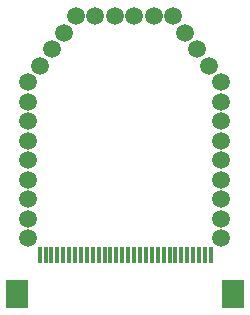
<source format=gbr>
G04 EAGLE Gerber RS-274X export*
G75*
%MOMM*%
%FSLAX34Y34*%
%LPD*%
%INSoldermask Top*%
%IPPOS*%
%AMOC8*
5,1,8,0,0,1.08239X$1,22.5*%
G01*
%ADD10C,1.503200*%
%ADD11R,0.400000X1.400000*%
%ADD12R,1.900000X2.350000*%


D10*
X10160Y119380D03*
X20320Y265430D03*
X30480Y279400D03*
X40640Y293370D03*
X50800Y307340D03*
X67310Y307340D03*
X83820Y307340D03*
X100330Y307340D03*
X116840Y307340D03*
X133350Y307340D03*
X143510Y293370D03*
X10160Y135890D03*
X153670Y279400D03*
X163830Y265430D03*
X173990Y251460D03*
X173990Y234950D03*
X173990Y218440D03*
X10160Y152400D03*
X10160Y168910D03*
X10160Y185420D03*
X10160Y201930D03*
X10160Y218440D03*
X10160Y234950D03*
X10160Y251460D03*
D11*
X20210Y104890D03*
X25210Y104890D03*
X30210Y104890D03*
X35210Y104890D03*
X40210Y104890D03*
X45210Y104890D03*
X50210Y104890D03*
X55210Y104890D03*
X60210Y104890D03*
X65210Y104890D03*
X70210Y104890D03*
X75210Y104890D03*
X80210Y104890D03*
X85210Y104890D03*
X90210Y104890D03*
X95210Y104890D03*
X100210Y104890D03*
X105210Y104890D03*
X110210Y104890D03*
X115210Y104890D03*
X120210Y104890D03*
X125210Y104890D03*
X130210Y104890D03*
X135210Y104890D03*
X140210Y104890D03*
X145210Y104890D03*
X150210Y104890D03*
X155210Y104890D03*
X160210Y104890D03*
X165210Y104890D03*
D12*
X184210Y72390D03*
X1210Y72390D03*
D10*
X173990Y201930D03*
X173990Y185420D03*
X173990Y168910D03*
X173990Y152400D03*
X173990Y135890D03*
X173990Y119380D03*
M02*

</source>
